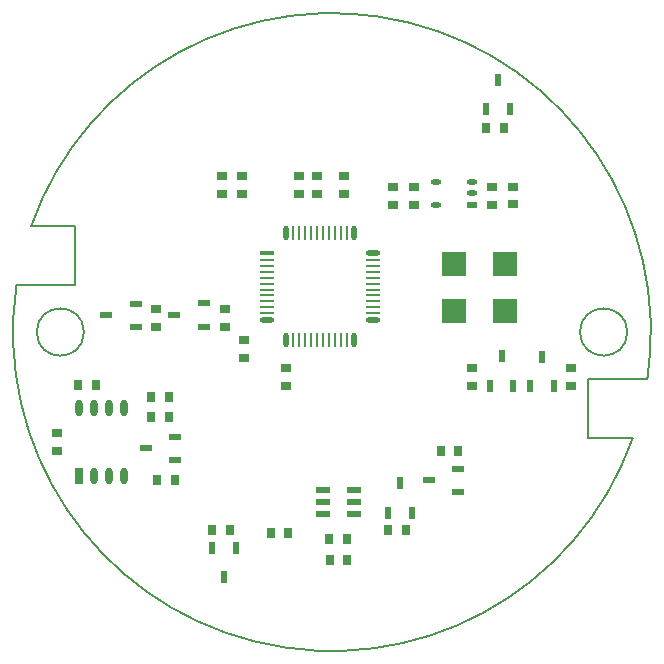
<source format=gtp>
%FSLAX25Y25*%
%MOIN*%
G70*
G01*
G75*
G04 Layer_Color=8421504*
%ADD10R,0.03347X0.02756*%
%ADD11R,0.02362X0.03937*%
%ADD12O,0.04724X0.00984*%
%ADD13R,0.04724X0.01772*%
%ADD14O,0.04724X0.01772*%
%ADD15O,0.00984X0.04724*%
%ADD16O,0.01772X0.04724*%
%ADD17R,0.03937X0.02362*%
%ADD18R,0.02756X0.03347*%
%ADD19R,0.04724X0.01969*%
%ADD20O,0.03543X0.01969*%
%ADD21O,0.03543X0.01969*%
%ADD22R,0.03543X0.01969*%
%ADD23O,0.02500X0.05500*%
%ADD24R,0.02500X0.05500*%
%ADD25R,0.07874X0.07874*%
%ADD26C,0.01200*%
%ADD27C,0.06000*%
%ADD28C,0.01000*%
%ADD29C,0.02000*%
%ADD30C,0.00800*%
%ADD31C,0.01500*%
%ADD32C,0.03000*%
%ADD33C,0.05000*%
%ADD34C,0.00500*%
%ADD35C,0.05906*%
%ADD36P,0.08352X4X180.0*%
%ADD37R,0.05906X0.05906*%
G04:AMPARAMS|DCode=38|XSize=78.74mil|YSize=118.11mil|CornerRadius=0mil|HoleSize=0mil|Usage=FLASHONLY|Rotation=45.000|XOffset=0mil|YOffset=0mil|HoleType=Round|Shape=Rectangle|*
%AMROTATEDRECTD38*
4,1,4,0.01392,-0.06960,-0.06960,0.01392,-0.01392,0.06960,0.06960,-0.01392,0.01392,-0.06960,0.0*
%
%ADD38ROTATEDRECTD38*%

G04:AMPARAMS|DCode=39|XSize=78.74mil|YSize=118.11mil|CornerRadius=0mil|HoleSize=0mil|Usage=FLASHONLY|Rotation=45.000|XOffset=0mil|YOffset=0mil|HoleType=Round|Shape=Round|*
%AMOVALD39*
21,1,0.03937,0.07874,0.00000,0.00000,135.0*
1,1,0.07874,0.01392,-0.01392*
1,1,0.07874,-0.01392,0.01392*
%
%ADD39OVALD39*%

%ADD40C,0.06000*%
%ADD41P,0.08352X4X200.0*%
%ADD42R,0.05906X0.05906*%
%ADD43C,0.03000*%
%ADD44C,0.02000*%
%ADD45C,0.04000*%
%ADD46C,0.05000*%
%ADD47C,0.00787*%
%ADD48C,0.00984*%
%ADD49C,0.02362*%
D10*
X-58732Y1729D02*
D03*
Y7635D02*
D03*
X-15200Y-12000D02*
D03*
Y-17906D02*
D03*
X79700Y-11994D02*
D03*
Y-17900D02*
D03*
X60300Y42600D02*
D03*
Y48505D02*
D03*
X53400Y48400D02*
D03*
Y42494D02*
D03*
X27300Y42500D02*
D03*
Y48406D02*
D03*
X20500Y48400D02*
D03*
Y42494D02*
D03*
X-30100Y51906D02*
D03*
Y46000D02*
D03*
X-36565Y46031D02*
D03*
Y51937D02*
D03*
X3853Y46000D02*
D03*
Y51906D02*
D03*
X-29300Y-2800D02*
D03*
Y-8705D02*
D03*
X-91600Y-39606D02*
D03*
Y-33700D02*
D03*
X-10935Y51906D02*
D03*
Y46000D02*
D03*
X-5035Y45994D02*
D03*
Y51900D02*
D03*
X-35531Y1729D02*
D03*
Y7635D02*
D03*
X46600Y-17906D02*
D03*
Y-12000D02*
D03*
D11*
X59374Y74300D02*
D03*
X55437Y84143D02*
D03*
X51500Y74300D02*
D03*
X26574Y-60200D02*
D03*
X22637Y-50358D02*
D03*
X18700Y-60200D02*
D03*
X-39974Y-71900D02*
D03*
X-36037Y-81743D02*
D03*
X-32100Y-71900D02*
D03*
X73874Y-18000D02*
D03*
X69937Y-8157D02*
D03*
X66000Y-18000D02*
D03*
X60474Y-17868D02*
D03*
X56537Y-8026D02*
D03*
X52600Y-17868D02*
D03*
D12*
X-21700Y10221D02*
D03*
X13733Y22031D02*
D03*
X13733Y12189D02*
D03*
Y18094D02*
D03*
Y20063D02*
D03*
Y16126D02*
D03*
Y6283D02*
D03*
X-21700Y20063D02*
D03*
Y14157D02*
D03*
X13733Y24000D02*
D03*
X-21700D02*
D03*
X13733Y8252D02*
D03*
Y10221D02*
D03*
Y14157D02*
D03*
X-21700Y22031D02*
D03*
Y16126D02*
D03*
Y6283D02*
D03*
Y12189D02*
D03*
Y18094D02*
D03*
Y8252D02*
D03*
D13*
Y26362D02*
D03*
D14*
X13733D02*
D03*
Y3921D02*
D03*
X-21700D02*
D03*
D15*
X4875Y-2575D02*
D03*
X-12842D02*
D03*
Y32858D02*
D03*
X-10873D02*
D03*
X-8905D02*
D03*
X-6936D02*
D03*
X-4968D02*
D03*
X-1031D02*
D03*
X938D02*
D03*
X2906D02*
D03*
X938Y-2575D02*
D03*
X-10873D02*
D03*
X4875Y32858D02*
D03*
X-2999D02*
D03*
X2906Y-2575D02*
D03*
X-4968D02*
D03*
X-2999D02*
D03*
X-6936D02*
D03*
X-1031D02*
D03*
X-8905D02*
D03*
D16*
X7237D02*
D03*
X-15204Y32858D02*
D03*
X7237D02*
D03*
X-15204Y-2575D02*
D03*
D17*
X-52300Y-34826D02*
D03*
X-62142Y-38763D02*
D03*
X-52300Y-42700D02*
D03*
X42100Y-45526D02*
D03*
X32258Y-49463D02*
D03*
X42100Y-53400D02*
D03*
X-42731Y9609D02*
D03*
X-52574Y5672D02*
D03*
X-42731Y1735D02*
D03*
X-65332Y9509D02*
D03*
X-75174Y5572D02*
D03*
X-65332Y1635D02*
D03*
D18*
X-58306Y-49200D02*
D03*
X-52400D02*
D03*
X-40005Y-66100D02*
D03*
X-34100D02*
D03*
X-20405Y-66900D02*
D03*
X-14500D02*
D03*
X24606Y-66100D02*
D03*
X18700D02*
D03*
X51494Y68100D02*
D03*
X57400D02*
D03*
X-54395Y-28300D02*
D03*
X-60300D02*
D03*
X-54395Y-21700D02*
D03*
X-60300D02*
D03*
X-84500Y-17800D02*
D03*
X-78594D02*
D03*
X36195Y-39700D02*
D03*
X42100D02*
D03*
X5105Y-76100D02*
D03*
X-800D02*
D03*
X-900Y-69000D02*
D03*
X5006D02*
D03*
D19*
X-3018Y-52763D02*
D03*
Y-56700D02*
D03*
Y-60637D02*
D03*
X7218D02*
D03*
Y-52763D02*
D03*
X7218Y-56700D02*
D03*
D20*
X46600Y49980D02*
D03*
Y46240D02*
D03*
X34789Y49980D02*
D03*
D21*
Y42500D02*
D03*
D22*
X46600D02*
D03*
D23*
X-79400Y-47900D02*
D03*
Y-25262D02*
D03*
X-69400Y-47900D02*
D03*
X-74400D02*
D03*
X-69400Y-25262D02*
D03*
X-84400D02*
D03*
X-74400D02*
D03*
D24*
X-84400Y-47900D02*
D03*
D25*
X40800Y22842D02*
D03*
Y7095D02*
D03*
X57600Y7000D02*
D03*
Y22748D02*
D03*
D34*
X105123Y-15766D02*
G03*
X-100244Y35364I-105123J15766D01*
G01*
X-105128Y15737D02*
G03*
X100221Y-35430I105128J-15737D01*
G01*
X-82677Y49D02*
G03*
X-82677Y0I-7874J-49D01*
G01*
X98425Y49D02*
G03*
X98425Y0I-7874J-49D01*
G01*
X-105128Y15748D02*
X-85515D01*
X-100199Y35348D02*
X-85515D01*
Y15748D02*
Y35348D01*
X85315Y-35348D02*
Y-15748D01*
Y-35433D02*
X100229D01*
X85315Y-15748D02*
X105000D01*
M02*

</source>
